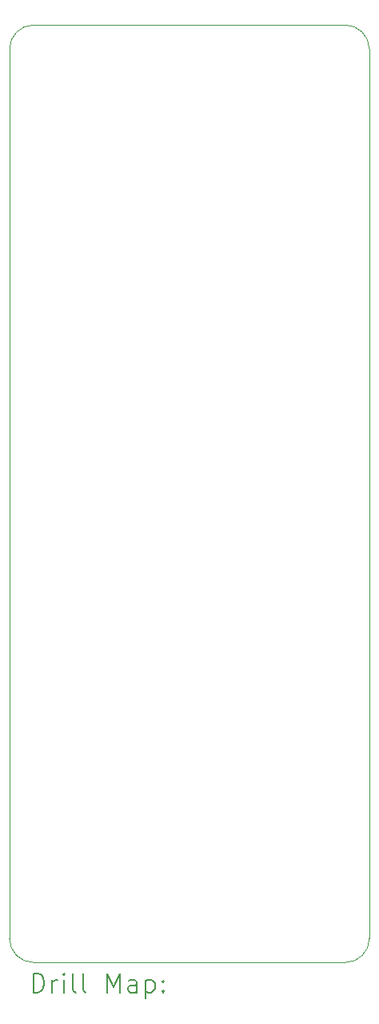
<source format=gbr>
%FSLAX45Y45*%
G04 Gerber Fmt 4.5, Leading zero omitted, Abs format (unit mm)*
G04 Created by KiCad (PCBNEW 6.0.0-d3dd2cf0fa~116~ubuntu20.04.1) date 2022-01-02 10:52:36*
%MOMM*%
%LPD*%
G01*
G04 APERTURE LIST*
%TA.AperFunction,Profile*%
%ADD10C,0.100000*%
%TD*%
%ADD11C,0.200000*%
G04 APERTURE END LIST*
D10*
X15240000Y-13462000D02*
X15240000Y-4064000D01*
X14986000Y-13716000D02*
G75*
G03*
X15240000Y-13462000I0J254000D01*
G01*
X11430000Y-4064000D02*
X11430000Y-13462000D01*
X11684000Y-13716000D02*
X14986000Y-13716000D01*
X15240000Y-4064000D02*
G75*
G03*
X14986000Y-3810000I-254000J0D01*
G01*
X11430000Y-13462000D02*
G75*
G03*
X11684000Y-13716000I254000J0D01*
G01*
X14986000Y-3810000D02*
X11684000Y-3810000D01*
X11684000Y-3810000D02*
G75*
G03*
X11430000Y-4064000I0J-254000D01*
G01*
D11*
X11682619Y-14031476D02*
X11682619Y-13831476D01*
X11730238Y-13831476D01*
X11758809Y-13841000D01*
X11777857Y-13860048D01*
X11787381Y-13879095D01*
X11796905Y-13917190D01*
X11796905Y-13945762D01*
X11787381Y-13983857D01*
X11777857Y-14002905D01*
X11758809Y-14021952D01*
X11730238Y-14031476D01*
X11682619Y-14031476D01*
X11882619Y-14031476D02*
X11882619Y-13898143D01*
X11882619Y-13936238D02*
X11892143Y-13917190D01*
X11901667Y-13907667D01*
X11920714Y-13898143D01*
X11939762Y-13898143D01*
X12006428Y-14031476D02*
X12006428Y-13898143D01*
X12006428Y-13831476D02*
X11996905Y-13841000D01*
X12006428Y-13850524D01*
X12015952Y-13841000D01*
X12006428Y-13831476D01*
X12006428Y-13850524D01*
X12130238Y-14031476D02*
X12111190Y-14021952D01*
X12101667Y-14002905D01*
X12101667Y-13831476D01*
X12235000Y-14031476D02*
X12215952Y-14021952D01*
X12206428Y-14002905D01*
X12206428Y-13831476D01*
X12463571Y-14031476D02*
X12463571Y-13831476D01*
X12530238Y-13974333D01*
X12596905Y-13831476D01*
X12596905Y-14031476D01*
X12777857Y-14031476D02*
X12777857Y-13926714D01*
X12768333Y-13907667D01*
X12749286Y-13898143D01*
X12711190Y-13898143D01*
X12692143Y-13907667D01*
X12777857Y-14021952D02*
X12758809Y-14031476D01*
X12711190Y-14031476D01*
X12692143Y-14021952D01*
X12682619Y-14002905D01*
X12682619Y-13983857D01*
X12692143Y-13964809D01*
X12711190Y-13955286D01*
X12758809Y-13955286D01*
X12777857Y-13945762D01*
X12873095Y-13898143D02*
X12873095Y-14098143D01*
X12873095Y-13907667D02*
X12892143Y-13898143D01*
X12930238Y-13898143D01*
X12949286Y-13907667D01*
X12958809Y-13917190D01*
X12968333Y-13936238D01*
X12968333Y-13993381D01*
X12958809Y-14012428D01*
X12949286Y-14021952D01*
X12930238Y-14031476D01*
X12892143Y-14031476D01*
X12873095Y-14021952D01*
X13054048Y-14012428D02*
X13063571Y-14021952D01*
X13054048Y-14031476D01*
X13044524Y-14021952D01*
X13054048Y-14012428D01*
X13054048Y-14031476D01*
X13054048Y-13907667D02*
X13063571Y-13917190D01*
X13054048Y-13926714D01*
X13044524Y-13917190D01*
X13054048Y-13907667D01*
X13054048Y-13926714D01*
M02*

</source>
